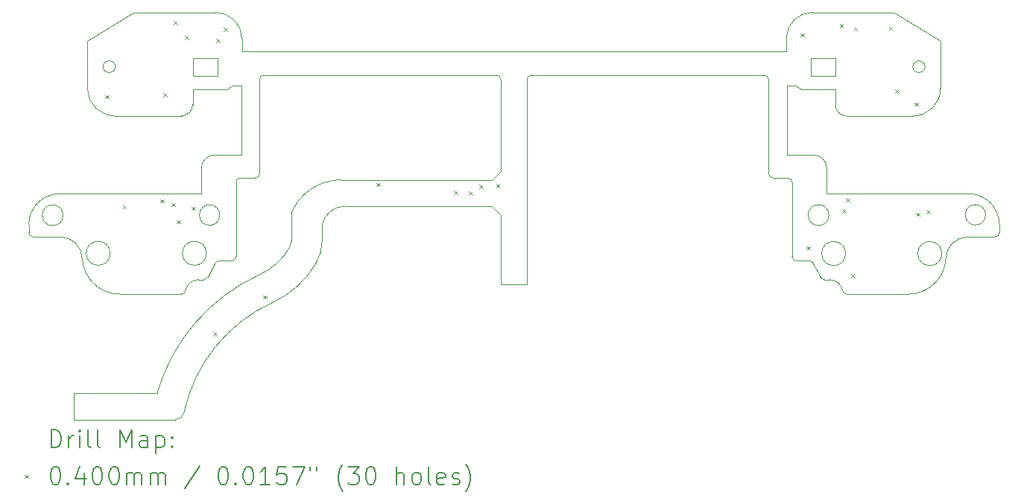
<source format=gbr>
%TF.GenerationSoftware,KiCad,Pcbnew,8.0.2*%
%TF.CreationDate,2024-11-29T16:24:04-08:00*%
%TF.ProjectId,procon_trigger_pcb,70726f63-6f6e-45f7-9472-69676765725f,rev?*%
%TF.SameCoordinates,Original*%
%TF.FileFunction,Drillmap*%
%TF.FilePolarity,Positive*%
%FSLAX45Y45*%
G04 Gerber Fmt 4.5, Leading zero omitted, Abs format (unit mm)*
G04 Created by KiCad (PCBNEW 8.0.2) date 2024-11-29 16:24:04*
%MOMM*%
%LPD*%
G01*
G04 APERTURE LIST*
%ADD10C,0.100000*%
%ADD11C,0.200000*%
G04 APERTURE END LIST*
D10*
X17348499Y-14004712D02*
G75*
G02*
X17298498Y-13954712I1J50002D01*
G01*
X27716348Y-14254712D02*
G75*
G02*
X27291348Y-14655085I-424998J25382D01*
G01*
X19160120Y-12502485D02*
X19160120Y-12324433D01*
X19701373Y-13334322D02*
X19869711Y-13334322D01*
X26388045Y-13756000D02*
G75*
G02*
X26151955Y-13756000I-118045J0D01*
G01*
X26151955Y-13756000D02*
G75*
G02*
X26388045Y-13756000I118045J0D01*
G01*
X19160120Y-12324433D02*
X19553746Y-12324433D01*
X17812500Y-16082877D02*
X17812500Y-15782877D01*
X19608523Y-12280374D02*
X19714030Y-12280374D01*
X26182998Y-11966473D02*
X26462510Y-11966473D01*
X19919711Y-13284322D02*
G75*
G02*
X19869711Y-13334321I-50001J2D01*
G01*
X19329665Y-14463379D02*
G75*
G02*
X19285394Y-14490143I-44275J23239D01*
G01*
X19969711Y-12163983D02*
X22611315Y-12163983D01*
X19651373Y-14226907D02*
G75*
G02*
X19601373Y-14276913I-50003J-3D01*
G01*
X17298499Y-13863500D02*
X17298498Y-13954712D01*
X26587510Y-12627485D02*
X27346633Y-12627485D01*
X22561315Y-13355000D02*
X22661315Y-13255000D01*
X28324131Y-13954712D02*
G75*
G02*
X28274131Y-14004711I-50011J12D01*
G01*
X19468335Y-13756000D02*
G75*
G02*
X19236665Y-13756000I-115835J0D01*
G01*
X19236665Y-13756000D02*
G75*
G02*
X19468335Y-13756000I115835J0D01*
G01*
X19259357Y-13513500D02*
X17648499Y-13513500D01*
X22611315Y-12163983D02*
G75*
G02*
X22661307Y-12213983I-5J-49997D01*
G01*
X27974131Y-13513500D02*
X26363273Y-13513500D01*
X26592605Y-14654328D02*
X27291348Y-14654328D01*
X27656633Y-11779304D02*
X27134772Y-11450588D01*
X26068884Y-12324433D02*
X26462510Y-12324433D01*
X27671461Y-14193500D02*
G75*
G02*
X27398539Y-14193500I-136461J0D01*
G01*
X27398539Y-14193500D02*
G75*
G02*
X27671461Y-14193500I136461J0D01*
G01*
X18331283Y-14654328D02*
X19030025Y-14654328D01*
X28324131Y-13954712D02*
X28324131Y-13863500D01*
X25903189Y-11892878D02*
X19719442Y-11892878D01*
X19413510Y-14303666D02*
G75*
G02*
X19457780Y-14276909I44270J-23244D01*
G01*
X26587510Y-12627485D02*
G75*
G02*
X26462505Y-12502485I-10J124995D01*
G01*
X19651373Y-13384322D02*
G75*
G02*
X19701373Y-13334323I49997J2D01*
G01*
X20280737Y-14050664D02*
G75*
G02*
X20260629Y-14125681I-149997J4D01*
G01*
X25903189Y-11750588D02*
X25903189Y-11892878D01*
X22561315Y-13355000D02*
X20848166Y-13355000D01*
X18275998Y-12627485D02*
G75*
G02*
X17965995Y-12317485I2J310005D01*
G01*
X27480083Y-12068956D02*
G75*
G02*
X27341565Y-12068956I-69259J0D01*
G01*
X27341565Y-12068956D02*
G75*
G02*
X27480083Y-12068956I69259J0D01*
G01*
X26213273Y-13071965D02*
G75*
G02*
X26363275Y-13221965I-3J-150005D01*
G01*
X18487858Y-11450588D02*
X17965998Y-11779304D01*
X26337236Y-14490139D02*
G75*
G02*
X26292961Y-14463382I-6J49999D01*
G01*
X26395837Y-14490139D02*
G75*
G02*
X26543407Y-14613282I-7J-150001D01*
G01*
X26337236Y-14490139D02*
X26395837Y-14490139D01*
X23011315Y-12163983D02*
X25652920Y-12163983D01*
X19919711Y-12213983D02*
G75*
G02*
X19969711Y-12163981I49999J3D01*
G01*
X19714030Y-13071965D02*
X19409357Y-13071965D01*
X25903189Y-11750588D02*
G75*
G02*
X26203189Y-11450589I300001J-2D01*
G01*
X26462510Y-11966473D02*
X26462510Y-12169859D01*
X20630737Y-13868482D02*
G75*
G02*
X20888518Y-13655001I257783J-48898D01*
G01*
X20563715Y-14300724D02*
G75*
G02*
X20067462Y-14751086I-950855J549154D01*
G01*
X25908600Y-13071965D02*
X25908600Y-12280374D01*
X26182998Y-12169859D02*
X26182998Y-11966473D01*
X26014107Y-12280374D02*
X26068884Y-12324433D01*
X26592605Y-14654328D02*
G75*
G02*
X26543410Y-14613282I-5J49998D01*
G01*
X17348499Y-14004712D02*
X17656283Y-14004712D01*
X18963702Y-16082877D02*
X17812500Y-16082877D01*
X25652920Y-12163983D02*
G75*
G02*
X25702917Y-12213983I-10J-50007D01*
G01*
X18331283Y-14654328D02*
G75*
G02*
X17907038Y-14254667I-3J424998D01*
G01*
X25752920Y-13334322D02*
X25921257Y-13334322D01*
X19553746Y-12324433D02*
X19608523Y-12280374D01*
X17688045Y-13758500D02*
G75*
G02*
X17451955Y-13758500I-118045J0D01*
G01*
X17451955Y-13758500D02*
G75*
G02*
X17688045Y-13758500I118045J0D01*
G01*
X19651373Y-14226907D02*
X19651373Y-13384322D01*
X26578961Y-14193500D02*
G75*
G02*
X26306039Y-14193500I-136461J0D01*
G01*
X26306039Y-14193500D02*
G75*
G02*
X26578961Y-14193500I136461J0D01*
G01*
X22661315Y-12213983D02*
X22661315Y-13255000D01*
X19919711Y-13284322D02*
X19919711Y-12213983D01*
X19329665Y-14463379D02*
X19413510Y-14303666D01*
X25752920Y-13334322D02*
G75*
G02*
X25702918Y-13284322I-10J49992D01*
G01*
X18281065Y-12068956D02*
G75*
G02*
X18142547Y-12068956I-69259J0D01*
G01*
X18142547Y-12068956D02*
G75*
G02*
X18281065Y-12068956I69259J0D01*
G01*
X20630737Y-13868482D02*
X20630737Y-14050664D01*
X19457780Y-14276907D02*
X19601373Y-14276907D01*
X19061520Y-16003657D02*
G75*
G02*
X18963702Y-16082874I-97820J20787D01*
G01*
X19160120Y-12169859D02*
X19160120Y-11966473D01*
X19419442Y-11450588D02*
G75*
G02*
X19719442Y-11750588I-2J-300002D01*
G01*
X19714030Y-12280374D02*
X19714030Y-13071965D01*
X20630737Y-14050664D02*
G75*
G02*
X20563713Y-14300723I-499997J4D01*
G01*
X19719442Y-11892878D02*
X19719442Y-11750588D01*
X17812500Y-15782877D02*
X18756190Y-15782877D01*
X26363273Y-13513500D02*
X26363273Y-13221965D01*
X26462510Y-12169859D02*
X26182998Y-12169859D01*
X26021257Y-14276907D02*
G75*
G02*
X25971253Y-14226907I-7J49997D01*
G01*
X26213273Y-13071965D02*
X25908600Y-13071965D01*
X27974131Y-13513500D02*
G75*
G02*
X28324130Y-13863500I-1J-350000D01*
G01*
X19439632Y-11966473D02*
X19439632Y-12169859D01*
X19259357Y-13221965D02*
G75*
G02*
X19409357Y-13071957I150003J5D01*
G01*
X19160120Y-11966473D02*
X19439632Y-11966473D01*
X20280737Y-13737529D02*
X20280737Y-14050664D01*
X26021257Y-14276907D02*
X26164850Y-14276907D01*
X25908600Y-12280374D02*
X26014107Y-12280374D01*
X22961315Y-12213983D02*
G75*
G02*
X23011315Y-12163975I50005J3D01*
G01*
X22661315Y-13755000D02*
X22661315Y-14542878D01*
X25971257Y-13384322D02*
X25971257Y-14226907D01*
X26209121Y-14303666D02*
X26292966Y-14463379D01*
X17656283Y-14004707D02*
G75*
G02*
X17906283Y-14254712I-3J-250003D01*
G01*
X19061520Y-16003657D02*
G75*
G02*
X20067462Y-14751085I1744138J-370497D01*
G01*
X20280737Y-13737529D02*
G75*
G02*
X20848166Y-13354999I567433J-229591D01*
G01*
X22961315Y-14542878D02*
X22961315Y-12213983D01*
X25921257Y-13334322D02*
G75*
G02*
X25971258Y-13384322I-7J-50008D01*
G01*
X19259357Y-13221965D02*
X19259357Y-13513500D01*
X19316461Y-14191000D02*
G75*
G02*
X19043539Y-14191000I-136461J0D01*
G01*
X19043539Y-14191000D02*
G75*
G02*
X19316461Y-14191000I136461J0D01*
G01*
X25702920Y-12213983D02*
X25702920Y-13284322D01*
X28168335Y-13753500D02*
G75*
G02*
X27936665Y-13753500I-115835J0D01*
G01*
X27936665Y-13753500D02*
G75*
G02*
X28168335Y-13753500I115835J0D01*
G01*
X22561315Y-13655000D02*
X20888518Y-13655000D01*
X26462510Y-12324433D02*
X26462510Y-12502485D01*
X18223961Y-14191000D02*
G75*
G02*
X17951039Y-14191000I-136461J0D01*
G01*
X17951039Y-14191000D02*
G75*
G02*
X18223961Y-14191000I136461J0D01*
G01*
X19079217Y-14613281D02*
G75*
G02*
X19226793Y-14490143I147573J-26859D01*
G01*
X27134772Y-11450588D02*
X26203189Y-11450588D01*
X19439632Y-12169859D02*
X19160120Y-12169859D01*
X18275998Y-12627485D02*
X19035120Y-12627485D01*
X19419442Y-11450588D02*
X18487858Y-11450588D01*
X27656633Y-12317485D02*
X27656633Y-11779304D01*
X17298499Y-13863500D02*
G75*
G02*
X17648499Y-13513499I350001J0D01*
G01*
X19226793Y-14490139D02*
X19285394Y-14490139D01*
X19079217Y-14613281D02*
G75*
G02*
X19030025Y-14654325I-49187J8951D01*
G01*
X19160120Y-12502485D02*
G75*
G02*
X19035120Y-12627480I-125000J5D01*
G01*
X26164850Y-14276907D02*
G75*
G02*
X26209120Y-14303667I10J-49983D01*
G01*
X22561315Y-13655000D02*
X22661315Y-13755000D01*
X18756191Y-15782877D02*
G75*
G02*
X19922560Y-14432493I2049480J-591293D01*
G01*
X17965998Y-11779304D02*
X17965998Y-12317485D01*
X27656633Y-12317485D02*
G75*
G02*
X27346633Y-12627483I-309993J-5D01*
G01*
X27966348Y-14004712D02*
X28274131Y-14004712D01*
X20260631Y-14125682D02*
G75*
G02*
X19922559Y-14432489I-647741J374082D01*
G01*
X27716348Y-14254712D02*
G75*
G02*
X27966348Y-14004718I249992J2D01*
G01*
X22661315Y-14542878D02*
X22961315Y-14542878D01*
D11*
D10*
X18166000Y-12390000D02*
X18206000Y-12430000D01*
X18206000Y-12390000D02*
X18166000Y-12430000D01*
X18365000Y-13644000D02*
X18405000Y-13684000D01*
X18405000Y-13644000D02*
X18365000Y-13684000D01*
X18795000Y-13577000D02*
X18835000Y-13617000D01*
X18835000Y-13577000D02*
X18795000Y-13617000D01*
X18829000Y-12367000D02*
X18869000Y-12407000D01*
X18869000Y-12367000D02*
X18829000Y-12407000D01*
X18922000Y-13618000D02*
X18962000Y-13658000D01*
X18962000Y-13618000D02*
X18922000Y-13658000D01*
X18947000Y-11551000D02*
X18987000Y-11591000D01*
X18987000Y-11551000D02*
X18947000Y-11591000D01*
X18980000Y-13814000D02*
X19020000Y-13854000D01*
X19020000Y-13814000D02*
X18980000Y-13854000D01*
X19073000Y-11719000D02*
X19113000Y-11759000D01*
X19113000Y-11719000D02*
X19073000Y-11759000D01*
X19149000Y-13662000D02*
X19189000Y-13702000D01*
X19189000Y-13662000D02*
X19149000Y-13702000D01*
X19396000Y-15090000D02*
X19436000Y-15130000D01*
X19436000Y-15090000D02*
X19396000Y-15130000D01*
X19425637Y-11752882D02*
X19465637Y-11792882D01*
X19465637Y-11752882D02*
X19425637Y-11792882D01*
X19512984Y-11626901D02*
X19552984Y-11666901D01*
X19552984Y-11626901D02*
X19512984Y-11666901D01*
X19962000Y-14669000D02*
X20002000Y-14709000D01*
X20002000Y-14669000D02*
X19962000Y-14709000D01*
X21250854Y-13390691D02*
X21290854Y-13430691D01*
X21290854Y-13390691D02*
X21250854Y-13430691D01*
X22126000Y-13478000D02*
X22166000Y-13518000D01*
X22166000Y-13478000D02*
X22126000Y-13518000D01*
X22298000Y-13490000D02*
X22338000Y-13530000D01*
X22338000Y-13490000D02*
X22298000Y-13530000D01*
X22415000Y-13412000D02*
X22455000Y-13452000D01*
X22455000Y-13412000D02*
X22415000Y-13452000D01*
X22607000Y-13400000D02*
X22647000Y-13440000D01*
X22647000Y-13400000D02*
X22607000Y-13440000D01*
X26065000Y-11689000D02*
X26105000Y-11729000D01*
X26105000Y-11689000D02*
X26065000Y-11729000D01*
X26135000Y-14110000D02*
X26175000Y-14150000D01*
X26175000Y-14110000D02*
X26135000Y-14150000D01*
X26511000Y-11582000D02*
X26551000Y-11622000D01*
X26551000Y-11582000D02*
X26511000Y-11622000D01*
X26537000Y-13690000D02*
X26577000Y-13730000D01*
X26577000Y-13690000D02*
X26537000Y-13730000D01*
X26584000Y-13561000D02*
X26624000Y-13601000D01*
X26624000Y-13561000D02*
X26584000Y-13601000D01*
X26640000Y-14425000D02*
X26680000Y-14465000D01*
X26680000Y-14425000D02*
X26640000Y-14465000D01*
X26671000Y-11620000D02*
X26711000Y-11660000D01*
X26711000Y-11620000D02*
X26671000Y-11660000D01*
X27068000Y-11613000D02*
X27108000Y-11653000D01*
X27108000Y-11613000D02*
X27068000Y-11653000D01*
X27144000Y-12329000D02*
X27184000Y-12369000D01*
X27184000Y-12329000D02*
X27144000Y-12369000D01*
X27361000Y-12476000D02*
X27401000Y-12516000D01*
X27401000Y-12476000D02*
X27361000Y-12516000D01*
X27376000Y-13728000D02*
X27416000Y-13768000D01*
X27416000Y-13728000D02*
X27376000Y-13768000D01*
X27494000Y-13697000D02*
X27534000Y-13737000D01*
X27534000Y-13697000D02*
X27494000Y-13737000D01*
D11*
X17554275Y-16399361D02*
X17554275Y-16199361D01*
X17554275Y-16199361D02*
X17601894Y-16199361D01*
X17601894Y-16199361D02*
X17630465Y-16208885D01*
X17630465Y-16208885D02*
X17649513Y-16227933D01*
X17649513Y-16227933D02*
X17659037Y-16246980D01*
X17659037Y-16246980D02*
X17668561Y-16285075D01*
X17668561Y-16285075D02*
X17668561Y-16313647D01*
X17668561Y-16313647D02*
X17659037Y-16351742D01*
X17659037Y-16351742D02*
X17649513Y-16370790D01*
X17649513Y-16370790D02*
X17630465Y-16389837D01*
X17630465Y-16389837D02*
X17601894Y-16399361D01*
X17601894Y-16399361D02*
X17554275Y-16399361D01*
X17754275Y-16399361D02*
X17754275Y-16266028D01*
X17754275Y-16304123D02*
X17763799Y-16285075D01*
X17763799Y-16285075D02*
X17773322Y-16275552D01*
X17773322Y-16275552D02*
X17792370Y-16266028D01*
X17792370Y-16266028D02*
X17811418Y-16266028D01*
X17878084Y-16399361D02*
X17878084Y-16266028D01*
X17878084Y-16199361D02*
X17868561Y-16208885D01*
X17868561Y-16208885D02*
X17878084Y-16218409D01*
X17878084Y-16218409D02*
X17887608Y-16208885D01*
X17887608Y-16208885D02*
X17878084Y-16199361D01*
X17878084Y-16199361D02*
X17878084Y-16218409D01*
X18001894Y-16399361D02*
X17982846Y-16389837D01*
X17982846Y-16389837D02*
X17973322Y-16370790D01*
X17973322Y-16370790D02*
X17973322Y-16199361D01*
X18106656Y-16399361D02*
X18087608Y-16389837D01*
X18087608Y-16389837D02*
X18078084Y-16370790D01*
X18078084Y-16370790D02*
X18078084Y-16199361D01*
X18335227Y-16399361D02*
X18335227Y-16199361D01*
X18335227Y-16199361D02*
X18401894Y-16342218D01*
X18401894Y-16342218D02*
X18468561Y-16199361D01*
X18468561Y-16199361D02*
X18468561Y-16399361D01*
X18649513Y-16399361D02*
X18649513Y-16294599D01*
X18649513Y-16294599D02*
X18639989Y-16275552D01*
X18639989Y-16275552D02*
X18620942Y-16266028D01*
X18620942Y-16266028D02*
X18582846Y-16266028D01*
X18582846Y-16266028D02*
X18563799Y-16275552D01*
X18649513Y-16389837D02*
X18630465Y-16399361D01*
X18630465Y-16399361D02*
X18582846Y-16399361D01*
X18582846Y-16399361D02*
X18563799Y-16389837D01*
X18563799Y-16389837D02*
X18554275Y-16370790D01*
X18554275Y-16370790D02*
X18554275Y-16351742D01*
X18554275Y-16351742D02*
X18563799Y-16332695D01*
X18563799Y-16332695D02*
X18582846Y-16323171D01*
X18582846Y-16323171D02*
X18630465Y-16323171D01*
X18630465Y-16323171D02*
X18649513Y-16313647D01*
X18744751Y-16266028D02*
X18744751Y-16466028D01*
X18744751Y-16275552D02*
X18763799Y-16266028D01*
X18763799Y-16266028D02*
X18801894Y-16266028D01*
X18801894Y-16266028D02*
X18820942Y-16275552D01*
X18820942Y-16275552D02*
X18830465Y-16285075D01*
X18830465Y-16285075D02*
X18839989Y-16304123D01*
X18839989Y-16304123D02*
X18839989Y-16361266D01*
X18839989Y-16361266D02*
X18830465Y-16380314D01*
X18830465Y-16380314D02*
X18820942Y-16389837D01*
X18820942Y-16389837D02*
X18801894Y-16399361D01*
X18801894Y-16399361D02*
X18763799Y-16399361D01*
X18763799Y-16399361D02*
X18744751Y-16389837D01*
X18925703Y-16380314D02*
X18935227Y-16389837D01*
X18935227Y-16389837D02*
X18925703Y-16399361D01*
X18925703Y-16399361D02*
X18916180Y-16389837D01*
X18916180Y-16389837D02*
X18925703Y-16380314D01*
X18925703Y-16380314D02*
X18925703Y-16399361D01*
X18925703Y-16275552D02*
X18935227Y-16285075D01*
X18935227Y-16285075D02*
X18925703Y-16294599D01*
X18925703Y-16294599D02*
X18916180Y-16285075D01*
X18916180Y-16285075D02*
X18925703Y-16275552D01*
X18925703Y-16275552D02*
X18925703Y-16294599D01*
D10*
X17253498Y-16707877D02*
X17293498Y-16747877D01*
X17293498Y-16707877D02*
X17253498Y-16747877D01*
D11*
X17592370Y-16619361D02*
X17611418Y-16619361D01*
X17611418Y-16619361D02*
X17630465Y-16628885D01*
X17630465Y-16628885D02*
X17639989Y-16638409D01*
X17639989Y-16638409D02*
X17649513Y-16657456D01*
X17649513Y-16657456D02*
X17659037Y-16695552D01*
X17659037Y-16695552D02*
X17659037Y-16743171D01*
X17659037Y-16743171D02*
X17649513Y-16781266D01*
X17649513Y-16781266D02*
X17639989Y-16800314D01*
X17639989Y-16800314D02*
X17630465Y-16809838D01*
X17630465Y-16809838D02*
X17611418Y-16819361D01*
X17611418Y-16819361D02*
X17592370Y-16819361D01*
X17592370Y-16819361D02*
X17573322Y-16809838D01*
X17573322Y-16809838D02*
X17563799Y-16800314D01*
X17563799Y-16800314D02*
X17554275Y-16781266D01*
X17554275Y-16781266D02*
X17544751Y-16743171D01*
X17544751Y-16743171D02*
X17544751Y-16695552D01*
X17544751Y-16695552D02*
X17554275Y-16657456D01*
X17554275Y-16657456D02*
X17563799Y-16638409D01*
X17563799Y-16638409D02*
X17573322Y-16628885D01*
X17573322Y-16628885D02*
X17592370Y-16619361D01*
X17744751Y-16800314D02*
X17754275Y-16809838D01*
X17754275Y-16809838D02*
X17744751Y-16819361D01*
X17744751Y-16819361D02*
X17735227Y-16809838D01*
X17735227Y-16809838D02*
X17744751Y-16800314D01*
X17744751Y-16800314D02*
X17744751Y-16819361D01*
X17925703Y-16686028D02*
X17925703Y-16819361D01*
X17878084Y-16609837D02*
X17830465Y-16752695D01*
X17830465Y-16752695D02*
X17954275Y-16752695D01*
X18068561Y-16619361D02*
X18087608Y-16619361D01*
X18087608Y-16619361D02*
X18106656Y-16628885D01*
X18106656Y-16628885D02*
X18116180Y-16638409D01*
X18116180Y-16638409D02*
X18125703Y-16657456D01*
X18125703Y-16657456D02*
X18135227Y-16695552D01*
X18135227Y-16695552D02*
X18135227Y-16743171D01*
X18135227Y-16743171D02*
X18125703Y-16781266D01*
X18125703Y-16781266D02*
X18116180Y-16800314D01*
X18116180Y-16800314D02*
X18106656Y-16809838D01*
X18106656Y-16809838D02*
X18087608Y-16819361D01*
X18087608Y-16819361D02*
X18068561Y-16819361D01*
X18068561Y-16819361D02*
X18049513Y-16809838D01*
X18049513Y-16809838D02*
X18039989Y-16800314D01*
X18039989Y-16800314D02*
X18030465Y-16781266D01*
X18030465Y-16781266D02*
X18020942Y-16743171D01*
X18020942Y-16743171D02*
X18020942Y-16695552D01*
X18020942Y-16695552D02*
X18030465Y-16657456D01*
X18030465Y-16657456D02*
X18039989Y-16638409D01*
X18039989Y-16638409D02*
X18049513Y-16628885D01*
X18049513Y-16628885D02*
X18068561Y-16619361D01*
X18259037Y-16619361D02*
X18278084Y-16619361D01*
X18278084Y-16619361D02*
X18297132Y-16628885D01*
X18297132Y-16628885D02*
X18306656Y-16638409D01*
X18306656Y-16638409D02*
X18316180Y-16657456D01*
X18316180Y-16657456D02*
X18325703Y-16695552D01*
X18325703Y-16695552D02*
X18325703Y-16743171D01*
X18325703Y-16743171D02*
X18316180Y-16781266D01*
X18316180Y-16781266D02*
X18306656Y-16800314D01*
X18306656Y-16800314D02*
X18297132Y-16809838D01*
X18297132Y-16809838D02*
X18278084Y-16819361D01*
X18278084Y-16819361D02*
X18259037Y-16819361D01*
X18259037Y-16819361D02*
X18239989Y-16809838D01*
X18239989Y-16809838D02*
X18230465Y-16800314D01*
X18230465Y-16800314D02*
X18220942Y-16781266D01*
X18220942Y-16781266D02*
X18211418Y-16743171D01*
X18211418Y-16743171D02*
X18211418Y-16695552D01*
X18211418Y-16695552D02*
X18220942Y-16657456D01*
X18220942Y-16657456D02*
X18230465Y-16638409D01*
X18230465Y-16638409D02*
X18239989Y-16628885D01*
X18239989Y-16628885D02*
X18259037Y-16619361D01*
X18411418Y-16819361D02*
X18411418Y-16686028D01*
X18411418Y-16705075D02*
X18420942Y-16695552D01*
X18420942Y-16695552D02*
X18439989Y-16686028D01*
X18439989Y-16686028D02*
X18468561Y-16686028D01*
X18468561Y-16686028D02*
X18487608Y-16695552D01*
X18487608Y-16695552D02*
X18497132Y-16714599D01*
X18497132Y-16714599D02*
X18497132Y-16819361D01*
X18497132Y-16714599D02*
X18506656Y-16695552D01*
X18506656Y-16695552D02*
X18525703Y-16686028D01*
X18525703Y-16686028D02*
X18554275Y-16686028D01*
X18554275Y-16686028D02*
X18573323Y-16695552D01*
X18573323Y-16695552D02*
X18582846Y-16714599D01*
X18582846Y-16714599D02*
X18582846Y-16819361D01*
X18678084Y-16819361D02*
X18678084Y-16686028D01*
X18678084Y-16705075D02*
X18687608Y-16695552D01*
X18687608Y-16695552D02*
X18706656Y-16686028D01*
X18706656Y-16686028D02*
X18735227Y-16686028D01*
X18735227Y-16686028D02*
X18754275Y-16695552D01*
X18754275Y-16695552D02*
X18763799Y-16714599D01*
X18763799Y-16714599D02*
X18763799Y-16819361D01*
X18763799Y-16714599D02*
X18773323Y-16695552D01*
X18773323Y-16695552D02*
X18792370Y-16686028D01*
X18792370Y-16686028D02*
X18820942Y-16686028D01*
X18820942Y-16686028D02*
X18839989Y-16695552D01*
X18839989Y-16695552D02*
X18849513Y-16714599D01*
X18849513Y-16714599D02*
X18849513Y-16819361D01*
X19239989Y-16609837D02*
X19068561Y-16866980D01*
X19497132Y-16619361D02*
X19516180Y-16619361D01*
X19516180Y-16619361D02*
X19535227Y-16628885D01*
X19535227Y-16628885D02*
X19544751Y-16638409D01*
X19544751Y-16638409D02*
X19554275Y-16657456D01*
X19554275Y-16657456D02*
X19563799Y-16695552D01*
X19563799Y-16695552D02*
X19563799Y-16743171D01*
X19563799Y-16743171D02*
X19554275Y-16781266D01*
X19554275Y-16781266D02*
X19544751Y-16800314D01*
X19544751Y-16800314D02*
X19535227Y-16809838D01*
X19535227Y-16809838D02*
X19516180Y-16819361D01*
X19516180Y-16819361D02*
X19497132Y-16819361D01*
X19497132Y-16819361D02*
X19478085Y-16809838D01*
X19478085Y-16809838D02*
X19468561Y-16800314D01*
X19468561Y-16800314D02*
X19459037Y-16781266D01*
X19459037Y-16781266D02*
X19449513Y-16743171D01*
X19449513Y-16743171D02*
X19449513Y-16695552D01*
X19449513Y-16695552D02*
X19459037Y-16657456D01*
X19459037Y-16657456D02*
X19468561Y-16638409D01*
X19468561Y-16638409D02*
X19478085Y-16628885D01*
X19478085Y-16628885D02*
X19497132Y-16619361D01*
X19649513Y-16800314D02*
X19659037Y-16809838D01*
X19659037Y-16809838D02*
X19649513Y-16819361D01*
X19649513Y-16819361D02*
X19639989Y-16809838D01*
X19639989Y-16809838D02*
X19649513Y-16800314D01*
X19649513Y-16800314D02*
X19649513Y-16819361D01*
X19782846Y-16619361D02*
X19801894Y-16619361D01*
X19801894Y-16619361D02*
X19820942Y-16628885D01*
X19820942Y-16628885D02*
X19830466Y-16638409D01*
X19830466Y-16638409D02*
X19839989Y-16657456D01*
X19839989Y-16657456D02*
X19849513Y-16695552D01*
X19849513Y-16695552D02*
X19849513Y-16743171D01*
X19849513Y-16743171D02*
X19839989Y-16781266D01*
X19839989Y-16781266D02*
X19830466Y-16800314D01*
X19830466Y-16800314D02*
X19820942Y-16809838D01*
X19820942Y-16809838D02*
X19801894Y-16819361D01*
X19801894Y-16819361D02*
X19782846Y-16819361D01*
X19782846Y-16819361D02*
X19763799Y-16809838D01*
X19763799Y-16809838D02*
X19754275Y-16800314D01*
X19754275Y-16800314D02*
X19744751Y-16781266D01*
X19744751Y-16781266D02*
X19735227Y-16743171D01*
X19735227Y-16743171D02*
X19735227Y-16695552D01*
X19735227Y-16695552D02*
X19744751Y-16657456D01*
X19744751Y-16657456D02*
X19754275Y-16638409D01*
X19754275Y-16638409D02*
X19763799Y-16628885D01*
X19763799Y-16628885D02*
X19782846Y-16619361D01*
X20039989Y-16819361D02*
X19925704Y-16819361D01*
X19982846Y-16819361D02*
X19982846Y-16619361D01*
X19982846Y-16619361D02*
X19963799Y-16647933D01*
X19963799Y-16647933D02*
X19944751Y-16666980D01*
X19944751Y-16666980D02*
X19925704Y-16676504D01*
X20220942Y-16619361D02*
X20125704Y-16619361D01*
X20125704Y-16619361D02*
X20116180Y-16714599D01*
X20116180Y-16714599D02*
X20125704Y-16705075D01*
X20125704Y-16705075D02*
X20144751Y-16695552D01*
X20144751Y-16695552D02*
X20192370Y-16695552D01*
X20192370Y-16695552D02*
X20211418Y-16705075D01*
X20211418Y-16705075D02*
X20220942Y-16714599D01*
X20220942Y-16714599D02*
X20230466Y-16733647D01*
X20230466Y-16733647D02*
X20230466Y-16781266D01*
X20230466Y-16781266D02*
X20220942Y-16800314D01*
X20220942Y-16800314D02*
X20211418Y-16809838D01*
X20211418Y-16809838D02*
X20192370Y-16819361D01*
X20192370Y-16819361D02*
X20144751Y-16819361D01*
X20144751Y-16819361D02*
X20125704Y-16809838D01*
X20125704Y-16809838D02*
X20116180Y-16800314D01*
X20297132Y-16619361D02*
X20430466Y-16619361D01*
X20430466Y-16619361D02*
X20344751Y-16819361D01*
X20497132Y-16619361D02*
X20497132Y-16657456D01*
X20573323Y-16619361D02*
X20573323Y-16657456D01*
X20868561Y-16895552D02*
X20859037Y-16886028D01*
X20859037Y-16886028D02*
X20839989Y-16857457D01*
X20839989Y-16857457D02*
X20830466Y-16838409D01*
X20830466Y-16838409D02*
X20820942Y-16809838D01*
X20820942Y-16809838D02*
X20811418Y-16762218D01*
X20811418Y-16762218D02*
X20811418Y-16724123D01*
X20811418Y-16724123D02*
X20820942Y-16676504D01*
X20820942Y-16676504D02*
X20830466Y-16647933D01*
X20830466Y-16647933D02*
X20839989Y-16628885D01*
X20839989Y-16628885D02*
X20859037Y-16600314D01*
X20859037Y-16600314D02*
X20868561Y-16590790D01*
X20925704Y-16619361D02*
X21049513Y-16619361D01*
X21049513Y-16619361D02*
X20982847Y-16695552D01*
X20982847Y-16695552D02*
X21011418Y-16695552D01*
X21011418Y-16695552D02*
X21030466Y-16705075D01*
X21030466Y-16705075D02*
X21039989Y-16714599D01*
X21039989Y-16714599D02*
X21049513Y-16733647D01*
X21049513Y-16733647D02*
X21049513Y-16781266D01*
X21049513Y-16781266D02*
X21039989Y-16800314D01*
X21039989Y-16800314D02*
X21030466Y-16809838D01*
X21030466Y-16809838D02*
X21011418Y-16819361D01*
X21011418Y-16819361D02*
X20954275Y-16819361D01*
X20954275Y-16819361D02*
X20935228Y-16809838D01*
X20935228Y-16809838D02*
X20925704Y-16800314D01*
X21173323Y-16619361D02*
X21192370Y-16619361D01*
X21192370Y-16619361D02*
X21211418Y-16628885D01*
X21211418Y-16628885D02*
X21220942Y-16638409D01*
X21220942Y-16638409D02*
X21230466Y-16657456D01*
X21230466Y-16657456D02*
X21239989Y-16695552D01*
X21239989Y-16695552D02*
X21239989Y-16743171D01*
X21239989Y-16743171D02*
X21230466Y-16781266D01*
X21230466Y-16781266D02*
X21220942Y-16800314D01*
X21220942Y-16800314D02*
X21211418Y-16809838D01*
X21211418Y-16809838D02*
X21192370Y-16819361D01*
X21192370Y-16819361D02*
X21173323Y-16819361D01*
X21173323Y-16819361D02*
X21154275Y-16809838D01*
X21154275Y-16809838D02*
X21144751Y-16800314D01*
X21144751Y-16800314D02*
X21135228Y-16781266D01*
X21135228Y-16781266D02*
X21125704Y-16743171D01*
X21125704Y-16743171D02*
X21125704Y-16695552D01*
X21125704Y-16695552D02*
X21135228Y-16657456D01*
X21135228Y-16657456D02*
X21144751Y-16638409D01*
X21144751Y-16638409D02*
X21154275Y-16628885D01*
X21154275Y-16628885D02*
X21173323Y-16619361D01*
X21478085Y-16819361D02*
X21478085Y-16619361D01*
X21563799Y-16819361D02*
X21563799Y-16714599D01*
X21563799Y-16714599D02*
X21554275Y-16695552D01*
X21554275Y-16695552D02*
X21535228Y-16686028D01*
X21535228Y-16686028D02*
X21506656Y-16686028D01*
X21506656Y-16686028D02*
X21487609Y-16695552D01*
X21487609Y-16695552D02*
X21478085Y-16705075D01*
X21687609Y-16819361D02*
X21668561Y-16809838D01*
X21668561Y-16809838D02*
X21659037Y-16800314D01*
X21659037Y-16800314D02*
X21649513Y-16781266D01*
X21649513Y-16781266D02*
X21649513Y-16724123D01*
X21649513Y-16724123D02*
X21659037Y-16705075D01*
X21659037Y-16705075D02*
X21668561Y-16695552D01*
X21668561Y-16695552D02*
X21687609Y-16686028D01*
X21687609Y-16686028D02*
X21716180Y-16686028D01*
X21716180Y-16686028D02*
X21735228Y-16695552D01*
X21735228Y-16695552D02*
X21744751Y-16705075D01*
X21744751Y-16705075D02*
X21754275Y-16724123D01*
X21754275Y-16724123D02*
X21754275Y-16781266D01*
X21754275Y-16781266D02*
X21744751Y-16800314D01*
X21744751Y-16800314D02*
X21735228Y-16809838D01*
X21735228Y-16809838D02*
X21716180Y-16819361D01*
X21716180Y-16819361D02*
X21687609Y-16819361D01*
X21868561Y-16819361D02*
X21849513Y-16809838D01*
X21849513Y-16809838D02*
X21839990Y-16790790D01*
X21839990Y-16790790D02*
X21839990Y-16619361D01*
X22020942Y-16809838D02*
X22001894Y-16819361D01*
X22001894Y-16819361D02*
X21963799Y-16819361D01*
X21963799Y-16819361D02*
X21944751Y-16809838D01*
X21944751Y-16809838D02*
X21935228Y-16790790D01*
X21935228Y-16790790D02*
X21935228Y-16714599D01*
X21935228Y-16714599D02*
X21944751Y-16695552D01*
X21944751Y-16695552D02*
X21963799Y-16686028D01*
X21963799Y-16686028D02*
X22001894Y-16686028D01*
X22001894Y-16686028D02*
X22020942Y-16695552D01*
X22020942Y-16695552D02*
X22030466Y-16714599D01*
X22030466Y-16714599D02*
X22030466Y-16733647D01*
X22030466Y-16733647D02*
X21935228Y-16752695D01*
X22106656Y-16809838D02*
X22125704Y-16819361D01*
X22125704Y-16819361D02*
X22163799Y-16819361D01*
X22163799Y-16819361D02*
X22182847Y-16809838D01*
X22182847Y-16809838D02*
X22192371Y-16790790D01*
X22192371Y-16790790D02*
X22192371Y-16781266D01*
X22192371Y-16781266D02*
X22182847Y-16762218D01*
X22182847Y-16762218D02*
X22163799Y-16752695D01*
X22163799Y-16752695D02*
X22135228Y-16752695D01*
X22135228Y-16752695D02*
X22116180Y-16743171D01*
X22116180Y-16743171D02*
X22106656Y-16724123D01*
X22106656Y-16724123D02*
X22106656Y-16714599D01*
X22106656Y-16714599D02*
X22116180Y-16695552D01*
X22116180Y-16695552D02*
X22135228Y-16686028D01*
X22135228Y-16686028D02*
X22163799Y-16686028D01*
X22163799Y-16686028D02*
X22182847Y-16695552D01*
X22259037Y-16895552D02*
X22268561Y-16886028D01*
X22268561Y-16886028D02*
X22287609Y-16857457D01*
X22287609Y-16857457D02*
X22297132Y-16838409D01*
X22297132Y-16838409D02*
X22306656Y-16809838D01*
X22306656Y-16809838D02*
X22316180Y-16762218D01*
X22316180Y-16762218D02*
X22316180Y-16724123D01*
X22316180Y-16724123D02*
X22306656Y-16676504D01*
X22306656Y-16676504D02*
X22297132Y-16647933D01*
X22297132Y-16647933D02*
X22287609Y-16628885D01*
X22287609Y-16628885D02*
X22268561Y-16600314D01*
X22268561Y-16600314D02*
X22259037Y-16590790D01*
M02*

</source>
